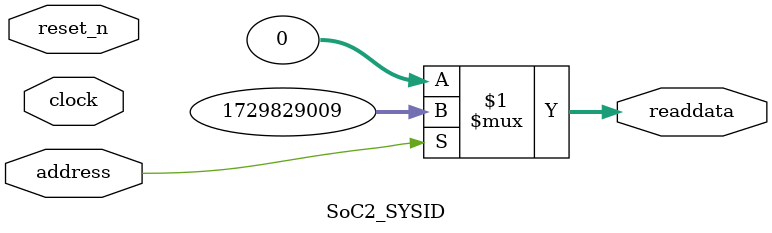
<source format=v>

`timescale 1ns / 1ps
// synthesis translate_on

// turn off superfluous verilog processor warnings 
// altera message_level Level1 
// altera message_off 10034 10035 10036 10037 10230 10240 10030 

module SoC2_SYSID (
               // inputs:
                address,
                clock,
                reset_n,

               // outputs:
                readdata
             )
;

  output  [ 31: 0] readdata;
  input            address;
  input            clock;
  input            reset_n;

  wire    [ 31: 0] readdata;
  //control_slave, which is an e_avalon_slave
  assign readdata = address ? 1729829009 : 0;

endmodule




</source>
